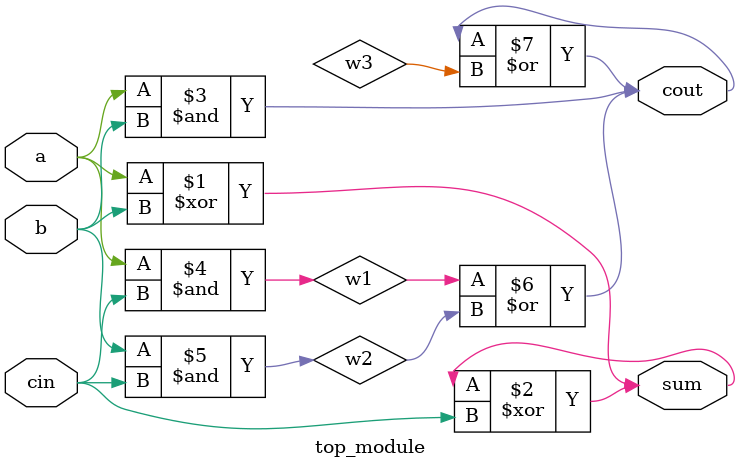
<source format=sv>
module top_module (
    input a,
    input b,
    input cin,
    output cout,
    output sum
);

    // Internal wires for intermediate calculations
    wire w1, w2, w3;

    // Create individual gates for the full adder
    xor xor1(sum, a, b);
    xor xor2(sum, sum, cin);
    and and1(cout, a, b);
    and and2(w1, a, cin);
    and and3(w2, b, cin);
    or or1(cout, w1, w2);
    or or2(cout, cout, w3);

endmodule

</source>
